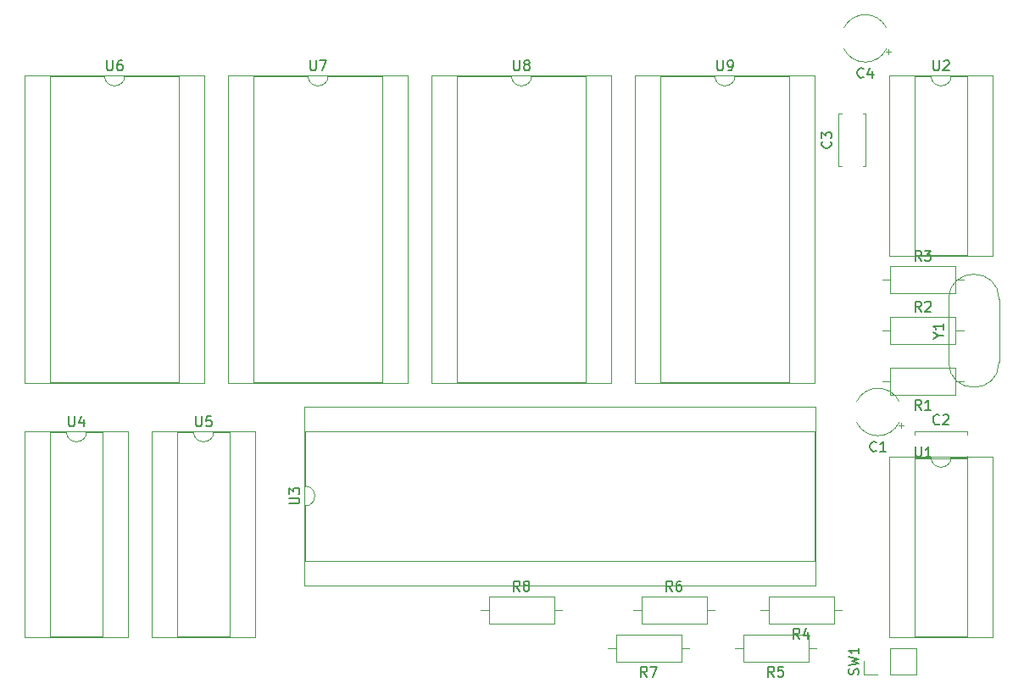
<source format=gbr>
%TF.GenerationSoftware,KiCad,Pcbnew,6.0.2+dfsg-1*%
%TF.CreationDate,2024-06-04T09:24:20+02:00*%
%TF.ProjectId,SBC2_Rebuild,53424332-5f52-4656-9275-696c642e6b69,rev?*%
%TF.SameCoordinates,Original*%
%TF.FileFunction,Legend,Top*%
%TF.FilePolarity,Positive*%
%FSLAX46Y46*%
G04 Gerber Fmt 4.6, Leading zero omitted, Abs format (unit mm)*
G04 Created by KiCad (PCBNEW 6.0.2+dfsg-1) date 2024-06-04 09:24:20*
%MOMM*%
%LPD*%
G01*
G04 APERTURE LIST*
%ADD10C,0.150000*%
%ADD11C,0.120000*%
G04 APERTURE END LIST*
D10*
%TO.C,C4*%
X161163333Y-67357142D02*
X161115714Y-67404761D01*
X160972857Y-67452380D01*
X160877619Y-67452380D01*
X160734761Y-67404761D01*
X160639523Y-67309523D01*
X160591904Y-67214285D01*
X160544285Y-67023809D01*
X160544285Y-66880952D01*
X160591904Y-66690476D01*
X160639523Y-66595238D01*
X160734761Y-66500000D01*
X160877619Y-66452380D01*
X160972857Y-66452380D01*
X161115714Y-66500000D01*
X161163333Y-66547619D01*
X162020476Y-66785714D02*
X162020476Y-67452380D01*
X161782380Y-66404761D02*
X161544285Y-67119047D01*
X162163333Y-67119047D01*
%TO.C,U1*%
X166338095Y-104297380D02*
X166338095Y-105106904D01*
X166385714Y-105202142D01*
X166433333Y-105249761D01*
X166528571Y-105297380D01*
X166719047Y-105297380D01*
X166814285Y-105249761D01*
X166861904Y-105202142D01*
X166909523Y-105106904D01*
X166909523Y-104297380D01*
X167909523Y-105297380D02*
X167338095Y-105297380D01*
X167623809Y-105297380D02*
X167623809Y-104297380D01*
X167528571Y-104440238D01*
X167433333Y-104535476D01*
X167338095Y-104583095D01*
%TO.C,U7*%
X105918095Y-65702380D02*
X105918095Y-66511904D01*
X105965714Y-66607142D01*
X106013333Y-66654761D01*
X106108571Y-66702380D01*
X106299047Y-66702380D01*
X106394285Y-66654761D01*
X106441904Y-66607142D01*
X106489523Y-66511904D01*
X106489523Y-65702380D01*
X106870476Y-65702380D02*
X107537142Y-65702380D01*
X107108571Y-66702380D01*
%TO.C,R5*%
X152233333Y-127282380D02*
X151900000Y-126806190D01*
X151661904Y-127282380D02*
X151661904Y-126282380D01*
X152042857Y-126282380D01*
X152138095Y-126330000D01*
X152185714Y-126377619D01*
X152233333Y-126472857D01*
X152233333Y-126615714D01*
X152185714Y-126710952D01*
X152138095Y-126758571D01*
X152042857Y-126806190D01*
X151661904Y-126806190D01*
X153138095Y-126282380D02*
X152661904Y-126282380D01*
X152614285Y-126758571D01*
X152661904Y-126710952D01*
X152757142Y-126663333D01*
X152995238Y-126663333D01*
X153090476Y-126710952D01*
X153138095Y-126758571D01*
X153185714Y-126853809D01*
X153185714Y-127091904D01*
X153138095Y-127187142D01*
X153090476Y-127234761D01*
X152995238Y-127282380D01*
X152757142Y-127282380D01*
X152661904Y-127234761D01*
X152614285Y-127187142D01*
%TO.C,R2*%
X166933333Y-90792380D02*
X166600000Y-90316190D01*
X166361904Y-90792380D02*
X166361904Y-89792380D01*
X166742857Y-89792380D01*
X166838095Y-89840000D01*
X166885714Y-89887619D01*
X166933333Y-89982857D01*
X166933333Y-90125714D01*
X166885714Y-90220952D01*
X166838095Y-90268571D01*
X166742857Y-90316190D01*
X166361904Y-90316190D01*
X167314285Y-89887619D02*
X167361904Y-89840000D01*
X167457142Y-89792380D01*
X167695238Y-89792380D01*
X167790476Y-89840000D01*
X167838095Y-89887619D01*
X167885714Y-89982857D01*
X167885714Y-90078095D01*
X167838095Y-90220952D01*
X167266666Y-90792380D01*
X167885714Y-90792380D01*
%TO.C,R7*%
X139533333Y-127282380D02*
X139200000Y-126806190D01*
X138961904Y-127282380D02*
X138961904Y-126282380D01*
X139342857Y-126282380D01*
X139438095Y-126330000D01*
X139485714Y-126377619D01*
X139533333Y-126472857D01*
X139533333Y-126615714D01*
X139485714Y-126710952D01*
X139438095Y-126758571D01*
X139342857Y-126806190D01*
X138961904Y-126806190D01*
X139866666Y-126282380D02*
X140533333Y-126282380D01*
X140104761Y-127282380D01*
%TO.C,R8*%
X126833333Y-118732380D02*
X126500000Y-118256190D01*
X126261904Y-118732380D02*
X126261904Y-117732380D01*
X126642857Y-117732380D01*
X126738095Y-117780000D01*
X126785714Y-117827619D01*
X126833333Y-117922857D01*
X126833333Y-118065714D01*
X126785714Y-118160952D01*
X126738095Y-118208571D01*
X126642857Y-118256190D01*
X126261904Y-118256190D01*
X127404761Y-118160952D02*
X127309523Y-118113333D01*
X127261904Y-118065714D01*
X127214285Y-117970476D01*
X127214285Y-117922857D01*
X127261904Y-117827619D01*
X127309523Y-117780000D01*
X127404761Y-117732380D01*
X127595238Y-117732380D01*
X127690476Y-117780000D01*
X127738095Y-117827619D01*
X127785714Y-117922857D01*
X127785714Y-117970476D01*
X127738095Y-118065714D01*
X127690476Y-118113333D01*
X127595238Y-118160952D01*
X127404761Y-118160952D01*
X127309523Y-118208571D01*
X127261904Y-118256190D01*
X127214285Y-118351428D01*
X127214285Y-118541904D01*
X127261904Y-118637142D01*
X127309523Y-118684761D01*
X127404761Y-118732380D01*
X127595238Y-118732380D01*
X127690476Y-118684761D01*
X127738095Y-118637142D01*
X127785714Y-118541904D01*
X127785714Y-118351428D01*
X127738095Y-118256190D01*
X127690476Y-118208571D01*
X127595238Y-118160952D01*
%TO.C,C1*%
X162433333Y-104687142D02*
X162385714Y-104734761D01*
X162242857Y-104782380D01*
X162147619Y-104782380D01*
X162004761Y-104734761D01*
X161909523Y-104639523D01*
X161861904Y-104544285D01*
X161814285Y-104353809D01*
X161814285Y-104210952D01*
X161861904Y-104020476D01*
X161909523Y-103925238D01*
X162004761Y-103830000D01*
X162147619Y-103782380D01*
X162242857Y-103782380D01*
X162385714Y-103830000D01*
X162433333Y-103877619D01*
X163385714Y-104782380D02*
X162814285Y-104782380D01*
X163100000Y-104782380D02*
X163100000Y-103782380D01*
X163004761Y-103925238D01*
X162909523Y-104020476D01*
X162814285Y-104068095D01*
%TO.C,U9*%
X146558095Y-65702380D02*
X146558095Y-66511904D01*
X146605714Y-66607142D01*
X146653333Y-66654761D01*
X146748571Y-66702380D01*
X146939047Y-66702380D01*
X147034285Y-66654761D01*
X147081904Y-66607142D01*
X147129523Y-66511904D01*
X147129523Y-65702380D01*
X147653333Y-66702380D02*
X147843809Y-66702380D01*
X147939047Y-66654761D01*
X147986666Y-66607142D01*
X148081904Y-66464285D01*
X148129523Y-66273809D01*
X148129523Y-65892857D01*
X148081904Y-65797619D01*
X148034285Y-65750000D01*
X147939047Y-65702380D01*
X147748571Y-65702380D01*
X147653333Y-65750000D01*
X147605714Y-65797619D01*
X147558095Y-65892857D01*
X147558095Y-66130952D01*
X147605714Y-66226190D01*
X147653333Y-66273809D01*
X147748571Y-66321428D01*
X147939047Y-66321428D01*
X148034285Y-66273809D01*
X148081904Y-66226190D01*
X148129523Y-66130952D01*
%TO.C,C3*%
X157877142Y-73826666D02*
X157924761Y-73874285D01*
X157972380Y-74017142D01*
X157972380Y-74112380D01*
X157924761Y-74255238D01*
X157829523Y-74350476D01*
X157734285Y-74398095D01*
X157543809Y-74445714D01*
X157400952Y-74445714D01*
X157210476Y-74398095D01*
X157115238Y-74350476D01*
X157020000Y-74255238D01*
X156972380Y-74112380D01*
X156972380Y-74017142D01*
X157020000Y-73874285D01*
X157067619Y-73826666D01*
X156972380Y-73493333D02*
X156972380Y-72874285D01*
X157353333Y-73207619D01*
X157353333Y-73064761D01*
X157400952Y-72969523D01*
X157448571Y-72921904D01*
X157543809Y-72874285D01*
X157781904Y-72874285D01*
X157877142Y-72921904D01*
X157924761Y-72969523D01*
X157972380Y-73064761D01*
X157972380Y-73350476D01*
X157924761Y-73445714D01*
X157877142Y-73493333D01*
%TO.C,U6*%
X85598095Y-65702380D02*
X85598095Y-66511904D01*
X85645714Y-66607142D01*
X85693333Y-66654761D01*
X85788571Y-66702380D01*
X85979047Y-66702380D01*
X86074285Y-66654761D01*
X86121904Y-66607142D01*
X86169523Y-66511904D01*
X86169523Y-65702380D01*
X87074285Y-65702380D02*
X86883809Y-65702380D01*
X86788571Y-65750000D01*
X86740952Y-65797619D01*
X86645714Y-65940476D01*
X86598095Y-66130952D01*
X86598095Y-66511904D01*
X86645714Y-66607142D01*
X86693333Y-66654761D01*
X86788571Y-66702380D01*
X86979047Y-66702380D01*
X87074285Y-66654761D01*
X87121904Y-66607142D01*
X87169523Y-66511904D01*
X87169523Y-66273809D01*
X87121904Y-66178571D01*
X87074285Y-66130952D01*
X86979047Y-66083333D01*
X86788571Y-66083333D01*
X86693333Y-66130952D01*
X86645714Y-66178571D01*
X86598095Y-66273809D01*
%TO.C,SW1*%
X160634761Y-127063333D02*
X160682380Y-126920476D01*
X160682380Y-126682380D01*
X160634761Y-126587142D01*
X160587142Y-126539523D01*
X160491904Y-126491904D01*
X160396666Y-126491904D01*
X160301428Y-126539523D01*
X160253809Y-126587142D01*
X160206190Y-126682380D01*
X160158571Y-126872857D01*
X160110952Y-126968095D01*
X160063333Y-127015714D01*
X159968095Y-127063333D01*
X159872857Y-127063333D01*
X159777619Y-127015714D01*
X159730000Y-126968095D01*
X159682380Y-126872857D01*
X159682380Y-126634761D01*
X159730000Y-126491904D01*
X159682380Y-126158571D02*
X160682380Y-125920476D01*
X159968095Y-125730000D01*
X160682380Y-125539523D01*
X159682380Y-125301428D01*
X160682380Y-124396666D02*
X160682380Y-124968095D01*
X160682380Y-124682380D02*
X159682380Y-124682380D01*
X159825238Y-124777619D01*
X159920476Y-124872857D01*
X159968095Y-124968095D01*
%TO.C,C2*%
X168743333Y-101997142D02*
X168695714Y-102044761D01*
X168552857Y-102092380D01*
X168457619Y-102092380D01*
X168314761Y-102044761D01*
X168219523Y-101949523D01*
X168171904Y-101854285D01*
X168124285Y-101663809D01*
X168124285Y-101520952D01*
X168171904Y-101330476D01*
X168219523Y-101235238D01*
X168314761Y-101140000D01*
X168457619Y-101092380D01*
X168552857Y-101092380D01*
X168695714Y-101140000D01*
X168743333Y-101187619D01*
X169124285Y-101187619D02*
X169171904Y-101140000D01*
X169267142Y-101092380D01*
X169505238Y-101092380D01*
X169600476Y-101140000D01*
X169648095Y-101187619D01*
X169695714Y-101282857D01*
X169695714Y-101378095D01*
X169648095Y-101520952D01*
X169076666Y-102092380D01*
X169695714Y-102092380D01*
%TO.C,U3*%
X103807380Y-109986904D02*
X104616904Y-109986904D01*
X104712142Y-109939285D01*
X104759761Y-109891666D01*
X104807380Y-109796428D01*
X104807380Y-109605952D01*
X104759761Y-109510714D01*
X104712142Y-109463095D01*
X104616904Y-109415476D01*
X103807380Y-109415476D01*
X103807380Y-109034523D02*
X103807380Y-108415476D01*
X104188333Y-108748809D01*
X104188333Y-108605952D01*
X104235952Y-108510714D01*
X104283571Y-108463095D01*
X104378809Y-108415476D01*
X104616904Y-108415476D01*
X104712142Y-108463095D01*
X104759761Y-108510714D01*
X104807380Y-108605952D01*
X104807380Y-108891666D01*
X104759761Y-108986904D01*
X104712142Y-109034523D01*
%TO.C,U8*%
X126238095Y-65702380D02*
X126238095Y-66511904D01*
X126285714Y-66607142D01*
X126333333Y-66654761D01*
X126428571Y-66702380D01*
X126619047Y-66702380D01*
X126714285Y-66654761D01*
X126761904Y-66607142D01*
X126809523Y-66511904D01*
X126809523Y-65702380D01*
X127428571Y-66130952D02*
X127333333Y-66083333D01*
X127285714Y-66035714D01*
X127238095Y-65940476D01*
X127238095Y-65892857D01*
X127285714Y-65797619D01*
X127333333Y-65750000D01*
X127428571Y-65702380D01*
X127619047Y-65702380D01*
X127714285Y-65750000D01*
X127761904Y-65797619D01*
X127809523Y-65892857D01*
X127809523Y-65940476D01*
X127761904Y-66035714D01*
X127714285Y-66083333D01*
X127619047Y-66130952D01*
X127428571Y-66130952D01*
X127333333Y-66178571D01*
X127285714Y-66226190D01*
X127238095Y-66321428D01*
X127238095Y-66511904D01*
X127285714Y-66607142D01*
X127333333Y-66654761D01*
X127428571Y-66702380D01*
X127619047Y-66702380D01*
X127714285Y-66654761D01*
X127761904Y-66607142D01*
X127809523Y-66511904D01*
X127809523Y-66321428D01*
X127761904Y-66226190D01*
X127714285Y-66178571D01*
X127619047Y-66130952D01*
%TO.C,R4*%
X154773333Y-123472380D02*
X154440000Y-122996190D01*
X154201904Y-123472380D02*
X154201904Y-122472380D01*
X154582857Y-122472380D01*
X154678095Y-122520000D01*
X154725714Y-122567619D01*
X154773333Y-122662857D01*
X154773333Y-122805714D01*
X154725714Y-122900952D01*
X154678095Y-122948571D01*
X154582857Y-122996190D01*
X154201904Y-122996190D01*
X155630476Y-122805714D02*
X155630476Y-123472380D01*
X155392380Y-122424761D02*
X155154285Y-123139047D01*
X155773333Y-123139047D01*
%TO.C,U2*%
X168148095Y-65702380D02*
X168148095Y-66511904D01*
X168195714Y-66607142D01*
X168243333Y-66654761D01*
X168338571Y-66702380D01*
X168529047Y-66702380D01*
X168624285Y-66654761D01*
X168671904Y-66607142D01*
X168719523Y-66511904D01*
X168719523Y-65702380D01*
X169148095Y-65797619D02*
X169195714Y-65750000D01*
X169290952Y-65702380D01*
X169529047Y-65702380D01*
X169624285Y-65750000D01*
X169671904Y-65797619D01*
X169719523Y-65892857D01*
X169719523Y-65988095D01*
X169671904Y-66130952D01*
X169100476Y-66702380D01*
X169719523Y-66702380D01*
%TO.C,Y1*%
X168631190Y-93186190D02*
X169107380Y-93186190D01*
X168107380Y-93519523D02*
X168631190Y-93186190D01*
X168107380Y-92852857D01*
X169107380Y-91995714D02*
X169107380Y-92567142D01*
X169107380Y-92281428D02*
X168107380Y-92281428D01*
X168250238Y-92376666D01*
X168345476Y-92471904D01*
X168393095Y-92567142D01*
%TO.C,U4*%
X81788095Y-101262380D02*
X81788095Y-102071904D01*
X81835714Y-102167142D01*
X81883333Y-102214761D01*
X81978571Y-102262380D01*
X82169047Y-102262380D01*
X82264285Y-102214761D01*
X82311904Y-102167142D01*
X82359523Y-102071904D01*
X82359523Y-101262380D01*
X83264285Y-101595714D02*
X83264285Y-102262380D01*
X83026190Y-101214761D02*
X82788095Y-101929047D01*
X83407142Y-101929047D01*
%TO.C,R1*%
X166933333Y-100612380D02*
X166600000Y-100136190D01*
X166361904Y-100612380D02*
X166361904Y-99612380D01*
X166742857Y-99612380D01*
X166838095Y-99660000D01*
X166885714Y-99707619D01*
X166933333Y-99802857D01*
X166933333Y-99945714D01*
X166885714Y-100040952D01*
X166838095Y-100088571D01*
X166742857Y-100136190D01*
X166361904Y-100136190D01*
X167885714Y-100612380D02*
X167314285Y-100612380D01*
X167600000Y-100612380D02*
X167600000Y-99612380D01*
X167504761Y-99755238D01*
X167409523Y-99850476D01*
X167314285Y-99898095D01*
%TO.C,R6*%
X142073333Y-118732380D02*
X141740000Y-118256190D01*
X141501904Y-118732380D02*
X141501904Y-117732380D01*
X141882857Y-117732380D01*
X141978095Y-117780000D01*
X142025714Y-117827619D01*
X142073333Y-117922857D01*
X142073333Y-118065714D01*
X142025714Y-118160952D01*
X141978095Y-118208571D01*
X141882857Y-118256190D01*
X141501904Y-118256190D01*
X142930476Y-117732380D02*
X142740000Y-117732380D01*
X142644761Y-117780000D01*
X142597142Y-117827619D01*
X142501904Y-117970476D01*
X142454285Y-118160952D01*
X142454285Y-118541904D01*
X142501904Y-118637142D01*
X142549523Y-118684761D01*
X142644761Y-118732380D01*
X142835238Y-118732380D01*
X142930476Y-118684761D01*
X142978095Y-118637142D01*
X143025714Y-118541904D01*
X143025714Y-118303809D01*
X142978095Y-118208571D01*
X142930476Y-118160952D01*
X142835238Y-118113333D01*
X142644761Y-118113333D01*
X142549523Y-118160952D01*
X142501904Y-118208571D01*
X142454285Y-118303809D01*
%TO.C,R3*%
X166933333Y-85712380D02*
X166600000Y-85236190D01*
X166361904Y-85712380D02*
X166361904Y-84712380D01*
X166742857Y-84712380D01*
X166838095Y-84760000D01*
X166885714Y-84807619D01*
X166933333Y-84902857D01*
X166933333Y-85045714D01*
X166885714Y-85140952D01*
X166838095Y-85188571D01*
X166742857Y-85236190D01*
X166361904Y-85236190D01*
X167266666Y-84712380D02*
X167885714Y-84712380D01*
X167552380Y-85093333D01*
X167695238Y-85093333D01*
X167790476Y-85140952D01*
X167838095Y-85188571D01*
X167885714Y-85283809D01*
X167885714Y-85521904D01*
X167838095Y-85617142D01*
X167790476Y-85664761D01*
X167695238Y-85712380D01*
X167409523Y-85712380D01*
X167314285Y-85664761D01*
X167266666Y-85617142D01*
%TO.C,U5*%
X94488095Y-101262380D02*
X94488095Y-102071904D01*
X94535714Y-102167142D01*
X94583333Y-102214761D01*
X94678571Y-102262380D01*
X94869047Y-102262380D01*
X94964285Y-102214761D01*
X95011904Y-102167142D01*
X95059523Y-102071904D01*
X95059523Y-101262380D01*
X96011904Y-101262380D02*
X95535714Y-101262380D01*
X95488095Y-101738571D01*
X95535714Y-101690952D01*
X95630952Y-101643333D01*
X95869047Y-101643333D01*
X95964285Y-101690952D01*
X96011904Y-101738571D01*
X96059523Y-101833809D01*
X96059523Y-102071904D01*
X96011904Y-102167142D01*
X95964285Y-102214761D01*
X95869047Y-102262380D01*
X95630952Y-102262380D01*
X95535714Y-102214761D01*
X95488095Y-102167142D01*
D11*
%TO.C,C4*%
X163867288Y-64835000D02*
X163417288Y-64835000D01*
X163642288Y-65060000D02*
X163642288Y-64610000D01*
X163449741Y-62440000D02*
G75*
G03*
X159210259Y-62440000I-2119741J-1060001D01*
G01*
X159210259Y-64560000D02*
G75*
G03*
X163449741Y-64560000I2119741J1060001D01*
G01*
%TO.C,U1*%
X174050000Y-123305000D02*
X174050000Y-105285000D01*
X167910000Y-105345000D02*
X166260000Y-105345000D01*
X163770000Y-123305000D02*
X174050000Y-123305000D01*
X174050000Y-105285000D02*
X163770000Y-105285000D01*
X171560000Y-123245000D02*
X171560000Y-105345000D01*
X166260000Y-105345000D02*
X166260000Y-123245000D01*
X163770000Y-105285000D02*
X163770000Y-123305000D01*
X166260000Y-123245000D02*
X171560000Y-123245000D01*
X171560000Y-105345000D02*
X169910000Y-105345000D01*
X167910000Y-105345000D02*
G75*
G03*
X169910000Y-105345000I1000000J0D01*
G01*
%TO.C,U7*%
X100220000Y-97850000D02*
X113140000Y-97850000D01*
X113140000Y-67250000D02*
X107680000Y-67250000D01*
X115630000Y-97910000D02*
X115630000Y-67190000D01*
X97730000Y-67190000D02*
X97730000Y-97910000D01*
X105680000Y-67250000D02*
X100220000Y-67250000D01*
X115630000Y-67190000D02*
X97730000Y-67190000D01*
X97730000Y-97910000D02*
X115630000Y-97910000D01*
X100220000Y-67250000D02*
X100220000Y-97850000D01*
X113140000Y-97850000D02*
X113140000Y-67250000D01*
X105680000Y-67250000D02*
G75*
G03*
X107680000Y-67250000I1000000J0D01*
G01*
%TO.C,R5*%
X156440000Y-124460000D02*
X155670000Y-124460000D01*
X149130000Y-123090000D02*
X149130000Y-125830000D01*
X155670000Y-125830000D02*
X155670000Y-123090000D01*
X149130000Y-125830000D02*
X155670000Y-125830000D01*
X155670000Y-123090000D02*
X149130000Y-123090000D01*
X148360000Y-124460000D02*
X149130000Y-124460000D01*
%TO.C,R2*%
X170370000Y-94080000D02*
X170370000Y-91340000D01*
X163830000Y-94080000D02*
X170370000Y-94080000D01*
X170370000Y-91340000D02*
X163830000Y-91340000D01*
X171140000Y-92710000D02*
X170370000Y-92710000D01*
X163060000Y-92710000D02*
X163830000Y-92710000D01*
X163830000Y-91340000D02*
X163830000Y-94080000D01*
%TO.C,R7*%
X142970000Y-125830000D02*
X142970000Y-123090000D01*
X142970000Y-123090000D02*
X136430000Y-123090000D01*
X136430000Y-125830000D02*
X142970000Y-125830000D01*
X136430000Y-123090000D02*
X136430000Y-125830000D01*
X143740000Y-124460000D02*
X142970000Y-124460000D01*
X135660000Y-124460000D02*
X136430000Y-124460000D01*
%TO.C,R8*%
X123730000Y-122020000D02*
X130270000Y-122020000D01*
X122960000Y-120650000D02*
X123730000Y-120650000D01*
X130270000Y-122020000D02*
X130270000Y-119280000D01*
X123730000Y-119280000D02*
X123730000Y-122020000D01*
X131040000Y-120650000D02*
X130270000Y-120650000D01*
X130270000Y-119280000D02*
X123730000Y-119280000D01*
%TO.C,C1*%
X164912288Y-102390000D02*
X164912288Y-101940000D01*
X165137288Y-102165000D02*
X164687288Y-102165000D01*
X160480259Y-101890000D02*
G75*
G03*
X164719741Y-101890000I2119741J1060001D01*
G01*
X164719741Y-99770000D02*
G75*
G03*
X160480259Y-99770000I-2119741J-1060001D01*
G01*
%TO.C,U9*%
X146320000Y-67250000D02*
X140860000Y-67250000D01*
X140860000Y-97850000D02*
X153780000Y-97850000D01*
X153780000Y-97850000D02*
X153780000Y-67250000D01*
X138370000Y-67190000D02*
X138370000Y-97910000D01*
X140860000Y-67250000D02*
X140860000Y-97850000D01*
X153780000Y-67250000D02*
X148320000Y-67250000D01*
X138370000Y-97910000D02*
X156270000Y-97910000D01*
X156270000Y-97910000D02*
X156270000Y-67190000D01*
X156270000Y-67190000D02*
X138370000Y-67190000D01*
X146320000Y-67250000D02*
G75*
G03*
X148320000Y-67250000I1000000J0D01*
G01*
%TO.C,C3*%
X161075000Y-71040000D02*
X161390000Y-71040000D01*
X158650000Y-76280000D02*
X158965000Y-76280000D01*
X158650000Y-71040000D02*
X158965000Y-71040000D01*
X161390000Y-76280000D02*
X161390000Y-71040000D01*
X158650000Y-76280000D02*
X158650000Y-71040000D01*
X161075000Y-76280000D02*
X161390000Y-76280000D01*
%TO.C,U6*%
X79900000Y-97850000D02*
X92820000Y-97850000D01*
X77410000Y-97910000D02*
X95310000Y-97910000D01*
X92820000Y-67250000D02*
X87360000Y-67250000D01*
X92820000Y-97850000D02*
X92820000Y-67250000D01*
X79900000Y-67250000D02*
X79900000Y-97850000D01*
X85360000Y-67250000D02*
X79900000Y-67250000D01*
X77410000Y-67190000D02*
X77410000Y-97910000D01*
X95310000Y-67190000D02*
X77410000Y-67190000D01*
X95310000Y-97910000D02*
X95310000Y-67190000D01*
X85360000Y-67250000D02*
G75*
G03*
X87360000Y-67250000I1000000J0D01*
G01*
%TO.C,SW1*%
X162560000Y-127060000D02*
X161230000Y-127060000D01*
X161230000Y-127060000D02*
X161230000Y-125730000D01*
X163830000Y-127060000D02*
X166430000Y-127060000D01*
X166430000Y-127060000D02*
X166430000Y-124400000D01*
X163830000Y-127060000D02*
X163830000Y-124400000D01*
X163830000Y-124400000D02*
X166430000Y-124400000D01*
%TO.C,C2*%
X166290000Y-105195000D02*
X166290000Y-105510000D01*
X171530000Y-102770000D02*
X171530000Y-103085000D01*
X166290000Y-102770000D02*
X171530000Y-102770000D01*
X166290000Y-102770000D02*
X166290000Y-103085000D01*
X166290000Y-105510000D02*
X171530000Y-105510000D01*
X171530000Y-105195000D02*
X171530000Y-105510000D01*
%TO.C,U3*%
X105355000Y-102765000D02*
X105355000Y-108225000D01*
X105355000Y-110225000D02*
X105355000Y-115685000D01*
X105295000Y-118175000D02*
X156335000Y-118175000D01*
X156335000Y-118175000D02*
X156335000Y-100275000D01*
X156275000Y-102765000D02*
X105355000Y-102765000D01*
X105295000Y-100275000D02*
X105295000Y-118175000D01*
X156275000Y-115685000D02*
X156275000Y-102765000D01*
X105355000Y-115685000D02*
X156275000Y-115685000D01*
X156335000Y-100275000D02*
X105295000Y-100275000D01*
X105355000Y-110225000D02*
G75*
G03*
X105355000Y-108225000I0J1000000D01*
G01*
%TO.C,U8*%
X135950000Y-97910000D02*
X135950000Y-67190000D01*
X133460000Y-97850000D02*
X133460000Y-67250000D01*
X118050000Y-97910000D02*
X135950000Y-97910000D01*
X126000000Y-67250000D02*
X120540000Y-67250000D01*
X120540000Y-67250000D02*
X120540000Y-97850000D01*
X118050000Y-67190000D02*
X118050000Y-97910000D01*
X133460000Y-67250000D02*
X128000000Y-67250000D01*
X120540000Y-97850000D02*
X133460000Y-97850000D01*
X135950000Y-67190000D02*
X118050000Y-67190000D01*
X126000000Y-67250000D02*
G75*
G03*
X128000000Y-67250000I1000000J0D01*
G01*
%TO.C,R4*%
X158210000Y-119280000D02*
X151670000Y-119280000D01*
X158980000Y-120650000D02*
X158210000Y-120650000D01*
X150900000Y-120650000D02*
X151670000Y-120650000D01*
X158210000Y-122020000D02*
X158210000Y-119280000D01*
X151670000Y-122020000D02*
X158210000Y-122020000D01*
X151670000Y-119280000D02*
X151670000Y-122020000D01*
%TO.C,U2*%
X166260000Y-85150000D02*
X171560000Y-85150000D01*
X174050000Y-85210000D02*
X174050000Y-67190000D01*
X163770000Y-67190000D02*
X163770000Y-85210000D01*
X171560000Y-85150000D02*
X171560000Y-67250000D01*
X163770000Y-85210000D02*
X174050000Y-85210000D01*
X166260000Y-67250000D02*
X166260000Y-85150000D01*
X167910000Y-67250000D02*
X166260000Y-67250000D01*
X174050000Y-67190000D02*
X163770000Y-67190000D01*
X171560000Y-67250000D02*
X169910000Y-67250000D01*
X167910000Y-67250000D02*
G75*
G03*
X169910000Y-67250000I1000000J0D01*
G01*
%TO.C,Y1*%
X174705000Y-95835000D02*
X174705000Y-89585000D01*
X169655000Y-95835000D02*
X169655000Y-89585000D01*
X174705000Y-89585000D02*
G75*
G03*
X169655000Y-89585000I-2525000J0D01*
G01*
X169655000Y-95835000D02*
G75*
G03*
X174705000Y-95835000I2525000J0D01*
G01*
%TO.C,U4*%
X85200000Y-123250000D02*
X85200000Y-102810000D01*
X79900000Y-123250000D02*
X85200000Y-123250000D01*
X87690000Y-123310000D02*
X87690000Y-102750000D01*
X81550000Y-102810000D02*
X79900000Y-102810000D01*
X77410000Y-123310000D02*
X87690000Y-123310000D01*
X77410000Y-102750000D02*
X77410000Y-123310000D01*
X85200000Y-102810000D02*
X83550000Y-102810000D01*
X79900000Y-102810000D02*
X79900000Y-123250000D01*
X87690000Y-102750000D02*
X77410000Y-102750000D01*
X81550000Y-102810000D02*
G75*
G03*
X83550000Y-102810000I1000000J0D01*
G01*
%TO.C,R1*%
X163060000Y-97790000D02*
X163830000Y-97790000D01*
X163830000Y-99160000D02*
X170370000Y-99160000D01*
X170370000Y-99160000D02*
X170370000Y-96420000D01*
X171140000Y-97790000D02*
X170370000Y-97790000D01*
X170370000Y-96420000D02*
X163830000Y-96420000D01*
X163830000Y-96420000D02*
X163830000Y-99160000D01*
%TO.C,R6*%
X145510000Y-122020000D02*
X145510000Y-119280000D01*
X138970000Y-122020000D02*
X145510000Y-122020000D01*
X146280000Y-120650000D02*
X145510000Y-120650000D01*
X138970000Y-119280000D02*
X138970000Y-122020000D01*
X138200000Y-120650000D02*
X138970000Y-120650000D01*
X145510000Y-119280000D02*
X138970000Y-119280000D01*
%TO.C,R3*%
X163830000Y-86260000D02*
X163830000Y-89000000D01*
X170370000Y-86260000D02*
X163830000Y-86260000D01*
X171140000Y-87630000D02*
X170370000Y-87630000D01*
X163060000Y-87630000D02*
X163830000Y-87630000D01*
X170370000Y-89000000D02*
X170370000Y-86260000D01*
X163830000Y-89000000D02*
X170370000Y-89000000D01*
%TO.C,U5*%
X97900000Y-123250000D02*
X97900000Y-102810000D01*
X90110000Y-123310000D02*
X100390000Y-123310000D01*
X94250000Y-102810000D02*
X92600000Y-102810000D01*
X100390000Y-123310000D02*
X100390000Y-102750000D01*
X90110000Y-102750000D02*
X90110000Y-123310000D01*
X100390000Y-102750000D02*
X90110000Y-102750000D01*
X97900000Y-102810000D02*
X96250000Y-102810000D01*
X92600000Y-123250000D02*
X97900000Y-123250000D01*
X92600000Y-102810000D02*
X92600000Y-123250000D01*
X94250000Y-102810000D02*
G75*
G03*
X96250000Y-102810000I1000000J0D01*
G01*
%TD*%
M02*

</source>
